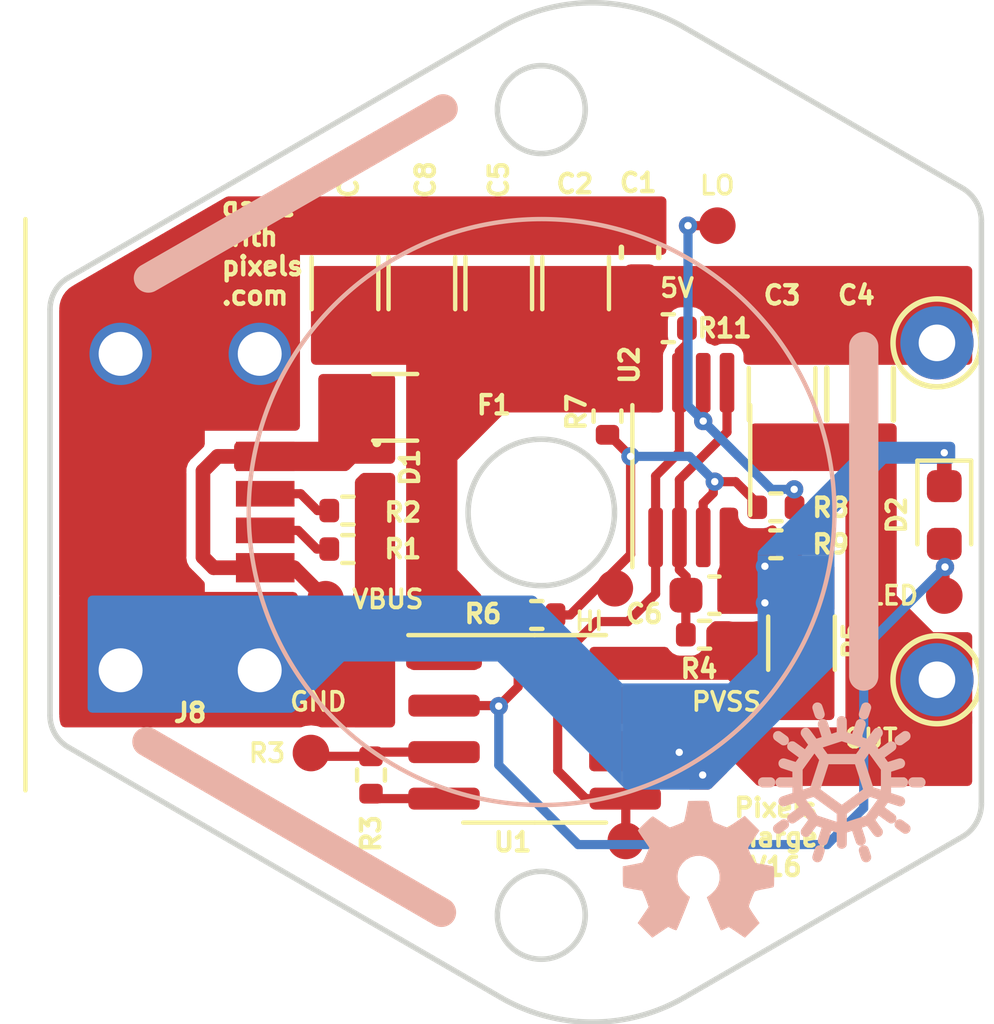
<source format=kicad_pcb>
(kicad_pcb (version 20211014) (generator pcbnew)
  (layers (0 "F.Cu" signal) (31 "B.Cu" signal) (34 "B.Paste" user) (35 "F.Paste" user) (36 "B.SilkS" user "B.Silkscreen") (37 "F.SilkS" user "F.Silkscreen") (38 "B.Mask" user) (39 "F.Mask" user) (44 "Edge.Cuts" user))
  (net 0 "")
  (net 1 "GND")
  (net 2 "VBUS")
  (net 3 "Net-(J8-PadA5)")
  (net 4 "Net-(J8-PadB5)")
  (net 5 "Net-(C3-Pad1)")
  (net 6 "+5V")
  (net 7 "Net-(D2-Pad2)")
  (net 8 "Net-(R3-Pad1)")
  (net 9 "Net-(R3-Pad2)")
  (net 10 "GNDPWR")
  (net 11 "Net-(C6-Pad2)")
  (net 12 "Net-(R6-Pad1)")
  (net 13 "Net-(R8-Pad2)")
  (net 14 "Net-(R11-Pad2)")
  (footprint "Pixels-dice:USB-C-SMD_10P-P1.00-L6.8-W8.9" (layer "F.Cu") (at 140.3 101.52 180)
    (fp_text reference "J8" (at 0 -5.48) (layer "F.SilkS") (effects (font (size 0.5 0.5) (thickness 0.12))))
    (fp_text value "USB_C_Receptacle_USB2.0")
    (pad "A5" smd rect (at -2.05 0.5 270) (size 0.7 1.6) (layers "F.Cu" "F.Paste" "F.Mask") (net 3 "Net-(J8-PadA5)"))
    (pad "A9" smd rect (at -2.05 -1.52 270) (size 0.8 1.6) (layers "F.Cu" "F.Paste" "F.Mask") (net 2 "VBUS"))
    (pad "A12" smd rect (at -2.05 -2.75 270) (size 0.9 1.6) (layers "F.Cu" "F.Paste" "F.Mask") (net 1 "GND"))
    (pad "B5" smd rect (at -2.05 -0.5 270) (size 0.7 1.6) (layers "F.Cu" "F.Paste" "F.Mask") (net 4 "Net-(J8-PadB5)"))
    (pad "B9" smd rect (at -2.05 1.52 270) (size 0.8 1.6) (layers "F.Cu" "F.Paste" "F.Mask") (net 2 "VBUS"))
    (pad "B12" smd rect (at -2.05 2.75 270) (size 0.9 1.6) (layers "F.Cu" "F.Paste" "F.Mask") (net 1 "GND"))
    (pad "S1" thru_hole circle (at -1.9 4.32 180) (size 1.7 1.7) (drill 1.2) (layers *.Cu *.Mask) (net 1 "GND"))
    (pad "S1" thru_hole circle (at -1.9 -4.32 180) (size 1.7 1.7) (drill 1.2) (layers *.Cu *.Mask) (net 1 "GND"))
    (pad "S1" thru_hole circle (at 1.9 4.32 180) (size 1.7 1.7) (drill 1.2) (layers *.Cu *.Mask) (net 1 "GND"))
    (pad "S1" thru_hole circle (at 1.9 -4.32 180) (size 1.7 1.7) (drill 1.2) (layers *.Cu *.Mask) (net 1 "GND"))
  )
  (footprint "Resistor_SMD:R_0402_1005Metric" (layer "F.Cu") (at 144.61 101.48 180)
    (fp_text reference "R2" (at -1.5 -0.05) (layer "F.SilkS") (effects (font (size 0.5 0.5) (thickness 0.12))))
    (fp_text value "5.1k 1%")
    (pad "1" smd roundrect (at -0.51 0 180) (size 0.54 0.64) (layers "F.Cu" "F.Paste" "F.Mask") (net 1 "GND"))
    (pad "2" smd roundrect (at 0.51 0 180) (size 0.54 0.64) (layers "F.Cu" "F.Paste" "F.Mask") (net 3 "Net-(J8-PadA5)"))
  )
  (footprint "TestPoint:TestPoint_THTPad_D2.0mm_Drill1.0mm" (layer "F.Cu") (at 160.7 96.9)
    (fp_text reference "J6" hide)
    (fp_text value "Coil B")
    (pad "1" thru_hole circle locked (at 0 0) (size 2 2) (drill 1) (layers *.Cu *.Mask) (net 6 "+5V"))
  )
  (footprint "TestPoint:TestPoint_THTPad_D2.0mm_Drill1.0mm" (layer "F.Cu") (at 160.7 106.1)
    (fp_text reference "J9" hide)
    (fp_text value "Coil A")
    (pad "1" thru_hole circle locked (at 0 0) (size 2 2) (drill 1) (layers *.Cu *.Mask) (net 5 "Net-(C3-Pad1)"))
  )
  (footprint "Capacitor_SMD:C_1206_3216Metric" (layer "F.Cu") (at 158.6 98.3 90)
    (fp_text reference "C4" (at 2.7 -0.1 180) (layer "F.SilkS") (effects (font (size 0.5 0.5) (thickness 0.12))))
    (fp_text value "56nF 50V NP0")
    (pad "1" smd roundrect (at -1.475 0 90) (size 1.15 1.8) (layers "F.Cu" "F.Paste" "F.Mask") (roundrect_rratio 0.2173913043) (net 5 "Net-(C3-Pad1)"))
    (pad "2" smd roundrect (at 1.475 0 90) (size 1.15 1.8) (layers "F.Cu" "F.Paste" "F.Mask") (roundrect_rratio 0.2173913043) (net 6 "+5V"))
  )
  (footprint "Capacitor_SMD:C_0603_1608Metric" (layer "F.Cu") (at 152.59 94.43 90)
    (fp_text reference "C1" (at 1.9 -0.05 unlocked) (layer "F.SilkS") (effects (font (size 0.5 0.5) (thickness 0.12))))
    (fp_text value "0.1uF 16V")
    (pad "1" smd roundrect (at -0.775 0 90) (size 0.9 0.95) (layers "F.Cu" "F.Paste" "F.Mask") (net 6 "+5V"))
    (pad "2" smd roundrect (at 0.775 0 90) (size 0.9 0.95) (layers "F.Cu" "F.Paste" "F.Mask") (net 1 "GND"))
  )
  (footprint "Capacitor_SMD:C_1206_3216Metric" (layer "F.Cu") (at 150.83 95.27 90)
    (fp_text reference "C2" (at 2.71 -0.02 unlocked) (layer "F.SilkS") (effects (font (size 0.5 0.5) (thickness 0.12))))
    (fp_text value "100uF 10V 20% X5R")
    (pad "1" smd roundrect (at -1.475 0 90) (size 1.15 1.8) (layers "F.Cu" "F.Paste" "F.Mask") (roundrect_rratio 0.2173913043) (net 6 "+5V"))
    (pad "2" smd roundrect (at 1.475 0 90) (size 1.15 1.8) (layers "F.Cu" "F.Paste" "F.Mask") (roundrect_rratio 0.2173913043) (net 1 "GND"))
  )
  (footprint "Resistor_SMD:R_0402_1005Metric" (layer "F.Cu") (at 154.35 104.87 180)
    (fp_text reference "R4" (at 0.15 -0.93) (layer "F.SilkS") (effects (font (size 0.5 0.5) (thickness 0.12))))
    (fp_text value "1k 5%")
    (pad "1" smd roundrect (at -0.51 0 180) (size 0.54 0.64) (layers "F.Cu" "F.Paste" "F.Mask") (net 10 "GNDPWR"))
    (pad "2" smd roundrect (at 0.51 0 180) (size 0.54 0.64) (layers "F.Cu" "F.Paste" "F.Mask") (net 11 "Net-(C6-Pad2)"))
  )
  (footprint "Resistor_SMD:R_1206_3216Metric" (layer "F.Cu") (at 157 105.1 90)
    (fp_text reference "R5" (at 0.07 1.4 90) (layer "F.SilkS") (effects (font (size 0.5 0.5) (thickness 0.12))))
    (fp_text value "R_US")
    (pad "1" smd roundrect (at -1.4625 0 90) (size 1.125 1.75) (layers "F.Cu" "F.Paste" "F.Mask") (roundrect_rratio 0.2222222222) (net 10 "GNDPWR"))
    (pad "2" smd roundrect (at 1.4625 0 90) (size 1.125 1.75) (layers "F.Cu" "F.Paste" "F.Mask") (roundrect_rratio 0.2222222222) (net 1 "GND"))
  )
  (footprint "Resistor_SMD:R_0402_1005Metric" (layer "F.Cu") (at 144.61 102.53 180)
    (fp_text reference "R1" (at -1.5 0) (layer "F.SilkS") (effects (font (size 0.5 0.5) (thickness 0.12))))
    (fp_text value "5.1k 1%")
    (pad "1" smd roundrect (at -0.51 0 180) (size 0.54 0.64) (layers "F.Cu" "F.Paste" "F.Mask") (net 1 "GND"))
    (pad "2" smd roundrect (at 0.51 0 180) (size 0.54 0.64) (layers "F.Cu" "F.Paste" "F.Mask") (net 4 "Net-(J8-PadB5)"))
  )
  (footprint "Resistor_SMD:R_0402_1005Metric" (layer "F.Cu") (at 145.24 108.7 90)
    (fp_text reference "R3" (at -1.6 0 90) (layer "F.SilkS") (effects (font (size 0.5 0.5) (thickness 0.12))))
    (fp_text value "220k 1%")
    (pad "1" smd roundrect (at -0.51 0 90) (size 0.54 0.64) (layers "F.Cu" "F.Paste" "F.Mask") (net 8 "Net-(R3-Pad1)"))
    (pad "2" smd roundrect (at 0.51 0 90) (size 0.54 0.64) (layers "F.Cu" "F.Paste" "F.Mask") (net 9 "Net-(R3-Pad2)"))
  )
  (footprint "Pixels-dice:TEST_PIN" (layer "F.Cu") (at 144 103.9)
    (fp_text reference "W9" hide)
    (fp_text value "VBUS" (at 1.7 0 180) (layer "F.SilkS") (effects (font (size 0.5 0.5) (thickness 0.1))))
    (pad "1" smd circle (at 0 0) (size 1 1) (layers "F.Cu" "F.Mask") (net 2 "VBUS"))
  )
  (footprint "Pixels-dice:DFN" (layer "F.Cu") (at 145.4 100.33 -90)
    (fp_text reference "D1" (at -0.03 -0.9 90) (layer "F.SilkS") (effects (font (size 0.5 0.5) (thickness 0.12))))
    (fp_text value "D_TVS")
    (pad "1" smd rect (at -0.325 0 270) (size 0.35 0.6) (layers "F.Cu" "F.Paste" "F.Mask") (net 2 "VBUS"))
    (pad "2" smd rect (at 0.325 0 270) (size 0.35 0.6) (layers "F.Cu" "F.Paste" "F.Mask") (net 1 "GND"))
  )
  (footprint "Pixels-dice:SOIC-8_3.9x4.9mm_P1.27mm" (layer "F.Cu") (at 149.71 107.44 -90)
    (fp_text reference "U1" (at 3.095 0.6) (layer "F.SilkS") (effects (font (size 0.5 0.5) (thickness 0.12))))
    (fp_text value "XKT520")
    (pad "1" smd roundrect (at -1.905 2.475) (size 1.95 0.6) (layers "F.Cu" "F.Paste" "F.Mask") (net 6 "+5V"))
    (pad "2" smd roundrect (at -0.635 2.475) (size 1.95 0.6) (layers "F.Cu" "F.Paste" "F.Mask") (net 7 "Net-(D2-Pad2)"))
    (pad "3" smd roundrect (at 0.635 2.475) (size 1.95 0.6) (layers "F.Cu" "F.Paste" "F.Mask") (net 9 "Net-(R3-Pad2)"))
    (pad "4" smd roundrect (at 1.905 2.475) (size 1.95 0.6) (layers "F.Cu" "F.Paste" "F.Mask") (net 8 "Net-(R3-Pad1)"))
    (pad "5" smd roundrect (at 1.905 -2.475) (size 1.95 0.6) (layers "F.Cu" "F.Paste" "F.Mask") (net 14 "Net-(R11-Pad2)"))
    (pad "6" smd roundrect (at 0.635 -2.475) (size 1.95 0.6) (layers "F.Cu" "F.Paste" "F.Mask") (net 1 "GND"))
    (pad "7" smd roundrect (at -0.635 -2.475) (size 1.95 0.6) (layers "F.Cu" "F.Paste" "F.Mask") (net 5 "Net-(C3-Pad1)"))
    (pad "8" smd roundrect (at -1.905 -2.475) (size 1.95 0.6) (layers "F.Cu" "F.Paste" "F.Mask") (net 10 "GNDPWR"))
  )
  (footprint "LED_SMD:LED_0603_1608Metric" (layer "F.Cu") (at 160.9 101.6 -90)
    (fp_text reference "D2" (at 0 1.3 90) (layer "F.SilkS") (effects (font (size 0.5 0.5) (thickness 0.12))))
    (fp_text value "LED")
    (pad "1" smd roundrect (at -0.7875 0 270) (size 0.875 0.95) (layers "F.Cu" "F.Paste" "F.Mask") (net 1 "GND"))
    (pad "2" smd roundrect (at 0.7875 0 270) (size 0.875 0.95) (layers "F.Cu" "F.Paste" "F.Mask") (net 7 "Net-(D2-Pad2)"))
  )
  (footprint "Pixels-dice:TEST_PIN" (layer "F.Cu") (at 145.2 106.7)
    (fp_text reference "W5" hide)
    (fp_text value "GND" (at -1.4 0) (layer "F.SilkS") (effects (font (size 0.5 0.5) (thickness 0.1))))
    (pad "1" smd circle (at 0 0) (size 1 1) (layers "F.Cu" "F.Mask") (net 1 "GND"))
  )
  (footprint "Pixels-dice:TEST_PIN" (layer "F.Cu") (at 154.7 95.4)
    (fp_text reference "W1" hide)
    (fp_text value "5V" (at -1.1 0) (layer "F.SilkS") (effects (font (size 0.5 0.5) (thickness 0.1))))
    (pad "1" smd circle (at 0 0) (size 1 1) (layers "F.Cu" "F.Mask") (net 6 "+5V"))
  )
  (footprint "Capacitor_SMD:C_0603_1608Metric" (layer "F.Cu") (at 154.62 103.79 180)
    (fp_text reference "C6" (at 1.92 -0.51) (layer "F.SilkS") (effects (font (size 0.5 0.5) (thickness 0.12))))
    (fp_text value "0.1uF 16V")
    (pad "1" smd roundrect (at -0.775 0 180) (size 0.9 0.95) (layers "F.Cu" "F.Paste" "F.Mask") (net 1 "GND"))
    (pad "2" smd roundrect (at 0.775 0 180) (size 0.9 0.95) (layers "F.Cu" "F.Paste" "F.Mask") (net 11 "Net-(C6-Pad2)"))
  )
  (footprint "Resistor_SMD:R_0402_1005Metric" (layer "F.Cu") (at 151.7 98.9 -90)
    (fp_text reference "R7" (at -0.11 0.85 90) (layer "F.SilkS") (effects (font (size 0.5 0.5) (thickness 0.12))))
    (fp_text value "R")
    (pad "1" smd roundrect (at -0.51 0 270) (size 0.54 0.64) (layers "F.Cu" "F.Paste" "F.Mask") (net 6 "+5V"))
    (pad "2" smd roundrect (at 0.51 0 270) (size 0.54 0.64) (layers "F.Cu" "F.Paste" "F.Mask") (net 12 "Net-(R6-Pad1)"))
  )
  (footprint "Pixels-dice:TEST_PIN" (layer "F.Cu") (at 152.2 110.5)
    (fp_text reference "W4" hide)
    (fp_text value "FB" (at 1.2 0) (layer "F.SilkS") (effects (font (size 0.5 0.5) (thickness 0.1))))
    (pad "1" smd circle (at 0 0) (size 1 1) (layers "F.Cu" "F.Mask") (net 14 "Net-(R11-Pad2)"))
  )
  (footprint "Package_SO:MSOP-8_3x3mm_P0.65mm" (layer "F.Cu") (at 153.99 100.1 90)
    (fp_text reference "U2" (at 2.6 -1.69 90) (layer "F.SilkS") (effects (font (size 0.5 0.5) (thickness 0.12))))
    (fp_text value "LM393")
    (pad "1" smd roundrect (at -2.1125 -0.975 90) (size 1.625 0.4) (layers "F.Cu" "F.Paste" "F.Mask") (net 14 "Net-(R11-Pad2)"))
    (pad "2" smd roundrect (at -2.1125 -0.325 90) (size 1.625 0.4) (layers "F.Cu" "F.Paste" "F.Mask") (net 11 "Net-(C6-Pad2)"))
    (pad "3" smd roundrect (at -2.1125 0.325 90) (size 1.625 0.4) (layers "F.Cu" "F.Paste" "F.Mask") (net 12 "Net-(R6-Pad1)"))
    (pad "4" smd roundrect (at -2.1125 0.975 90) (size 1.625 0.4) (layers "F.Cu" "F.Paste" "F.Mask") (net 1 "GND"))
    (pad "5" smd roundrect (at 2.1125 0.975 90) (size 1.625 0.4) (layers "F.Cu" "F.Paste" "F.Mask") (net 11 "Net-(C6-Pad2)"))
    (pad "6" smd roundrect (at 2.1125 0.325 90) (size 1.625 0.4) (layers "F.Cu" "F.Paste" "F.Mask") (net 13 "Net-(R8-Pad2)"))
    (pad "7" smd roundrect (at 2.1125 -0.325 90) (size 1.625 0.4) (layers "F.Cu" "F.Paste" "F.Mask") (net 14 "Net-(R11-Pad2)"))
    (pad "8" smd roundrect (at 2.1125 -0.975 90) (size 1.625 0.4) (layers "F.Cu" "F.Paste" "F.Mask") (net 6 "+5V"))
  )
  (footprint "Capacitor_SMD:C_1206_3216Metric" (layer "F.Cu") (at 146.63 95.27 90)
    (fp_text reference "C8" (at 2.825 0.1 90) (layer "F.SilkS") (effects (font (size 0.5 0.5) (thickness 0.12))))
    (fp_text value "100uF 10V 20% X5R")
    (pad "1" smd roundrect (at -1.475 0 90) (size 1.15 1.8) (layers "F.Cu" "F.Paste" "F.Mask") (roundrect_rratio 0.2173913043) (net 6 "+5V"))
    (pad "2" smd roundrect (at 1.475 0 90) (size 1.15 1.8) (layers "F.Cu" "F.Paste" "F.Mask") (roundrect_rratio 0.2173913043) (net 1 "GND"))
  )
  (footprint "Capacitor_SMD:C_1206_3216Metric" (layer "F.Cu") (at 144.53 95.27 90)
    (fp_text reference "C7" (at 2.825 0.1 90) (layer "F.SilkS") (effects (font (size 0.5 0.5) (thickness 0.12))))
    (fp_text value "100uF 10V 20% X5R")
    (pad "1" smd roundrect (at -1.475 0 90) (size 1.15 1.8) (layers "F.Cu" "F.Paste" "F.Mask") (roundrect_rratio 0.2173913043) (net 6 "+5V"))
    (pad "2" smd roundrect (at 1.475 0 90) (size 1.15 1.8) (layers "F.Cu" "F.Paste" "F.Mask") (roundrect_rratio 0.2173913043) (net 1 "GND"))
  )
  (footprint "Fuse:Fuse_1206_3216Metric" (layer "F.Cu") (at 145.9 98.66)
    (fp_text reference "F1" (at 2.7 -0.06) (layer "F.SilkS") (effects (font (size 0.5 0.5) (thickness 0.12))))
    (fp_text value "250mA 150mR")
    (pad "1" smd roundrect (at -1.4 0) (size 1.25 1.75) (layers "F.Cu" "F.Paste" "F.Mask") (roundrect_rratio 0.2) (net 2 "VBUS"))
    (pad "2" smd roundrect (at 1.4 0) (size 1.25 1.75) (layers "F.Cu" "F.Paste" "F.Mask") (roundrect_rratio 0.2) (net 6 "+5V"))
  )
  (footprint "Pixels-dice:TEST_PIN" (layer "F.Cu") (at 151.9 103.6)
    (fp_text reference "W10" hide)
    (fp_text value "HI" (at -0.7 0.9) (layer "F.SilkS") (effects (font (size 0.5 0.5) (thickness 0.1))))
    (pad "1" smd circle (at 0 0) (size 1 1) (layers "F.Cu" "F.Mask") (net 12 "Net-(R6-Pad1)"))
  )
  (footprint "Pixels-dice:TEST_PIN" (layer "F.Cu") (at 143.6 108.1)
    (fp_text reference "W2" hide)
    (fp_text value "R3" (at -1.2 0) (layer "F.SilkS") (effects (font (size 0.5 0.5) (thickness 0.1))))
    (pad "1" smd circle (at 0 0) (size 1 1) (layers "F.Cu" "F.Mask") (net 9 "Net-(R3-Pad2)"))
  )
  (footprint "Pixels-dice:TEST_PIN" (layer "F.Cu") (at 160.9 103.8)
    (fp_text reference "W3" hide)
    (fp_text value "LED" (at -1.4 0) (layer "F.SilkS") (effects (font (size 0.5 0.5) (thickness 0.1))))
    (pad "1" smd circle (at 0 0) (size 1 1) (layers "F.Cu" "F.Mask") (net 7 "Net-(D2-Pad2)"))
  )
  (footprint "Resistor_SMD:R_0402_1005Metric" (layer "F.Cu") (at 156.3 101.390002)
    (fp_text reference "R8" (at 1.5 0.009998) (layer "F.SilkS") (effects (font (size 0.5 0.5) (thickness 0.12))))
    (fp_text value "R")
    (pad "1" smd roundrect (at -0.51 0) (size 0.54 0.64) (layers "F.Cu" "F.Paste" "F.Mask") (net 12 "Net-(R6-Pad1)"))
    (pad "2" smd roundrect (at 0.51 0) (size 0.54 0.64) (layers "F.Cu" "F.Paste" "F.Mask") (net 13 "Net-(R8-Pad2)"))
  )
  (footprint "Pixels-dice:TEST_PIN" (layer "F.Cu") (at 155.5 105.6)
    (fp_text reference "W7" hide)
    (fp_text value "PVSS" (at -0.55 1.1) (layer "F.SilkS") (effects (font (size 0.5 0.5) (thickness 0.1))))
    (pad "1" smd circle (at 0 0) (size 1 1) (layers "F.Cu" "F.Mask") (net 10 "GNDPWR"))
  )
  (footprint "Resistor_SMD:R_0402_1005Metric" (layer "F.Cu") (at 156.3 102.4 180)
    (fp_text reference "R9" (at -1.5 0) (layer "F.SilkS") (effects (font (size 0.5 0.5) (thickness 0.12))))
    (fp_text value "R")
    (pad "1" smd roundrect (at -0.51 0 180) (size 0.54 0.64) (layers "F.Cu" "F.Paste" "F.Mask") (net 13 "Net-(R8-Pad2)"))
    (pad "2" smd roundrect (at 0.51 0 180) (size 0.54 0.64) (layers "F.Cu" "F.Paste" "F.Mask") (net 1 "GND"))
  )
  (footprint "Pixels-dice:TEST_PIN" (layer "F.Cu") (at 154.7 93.7)
    (fp_text reference "W8" hide)
    (fp_text value "LO" (at 0 -1.1) (layer "F.SilkS") (effects (font (size 0.5 0.5) (thickness 0.1))))
    (pad "1" smd circle (at 0 0) (size 1 1) (layers "F.Cu" "F.Mask") (net 13 "Net-(R8-Pad2)"))
  )
  (footprint "Resistor_SMD:R_0402_1005Metric" (layer "F.Cu") (at 149.77 104.33 180)
    (fp_text reference "R6" (at 1.47 0.03) (layer "F.SilkS") (effects (font (size 0.5 0.5) (thickness 0.12))))
    (fp_text value "100k 5%")
    (pad "1" smd roundrect (at -0.51 0 180) (size 0.54 0.64) (layers "F.Cu" "F.Paste" "F.Mask") (net 12 "Net-(R6-Pad1)"))
    (pad "2" smd roundrect (at 0.51 0 180) (size 0.54 0.64) (layers "F.Cu" "F.Paste" "F.Mask") (net 7 "Net-(D2-Pad2)"))
  )
  (footprint "Capacitor_SMD:C_1206_3216Metric" (layer "F.Cu") (at 148.73 95.27 90)
    (fp_text reference "C5" (at 2.825 0 90) (layer "F.SilkS") (effects (font (size 0.5 0.5) (thickness 0.12))))
    (fp_text value "100uF 10V 20% X5R")
    (pad "1" smd roundrect (at -1.475 0 90) (size 1.15 1.8) (layers "F.Cu" "F.Paste" "F.Mask") (roundrect_rratio 0.2173913043) (net 6 "+5V"))
    (pad "2" smd roundrect (at 1.475 0 90) (size 1.15 1.8) (layers "F.Cu" "F.Paste" "F.Mask") (roundrect_rratio 0.2173913043) (net 1 "GND"))
  )
  (footprint "Resistor_SMD:R_0402_1005Metric" (layer "F.Cu") (at 153.36 96.5)
    (fp_text reference "R11" (at 1.54 0) (layer "F.SilkS") (effects (font (size 0.5 0.5) (thickness 0.12))))
    (fp_text value "R")
    (pad "1" smd roundrect (at -0.51 0) (size 0.54 0.64) (layers "F.Cu" "F.Paste" "F.Mask") (net 6 "+5V"))
    (pad "2" smd roundrect (at 0.51 0) (size 0.54 0.64) (layers "F.Cu" "F.Paste" "F.Mask") (net 14 "Net-(R11-Pad2)"))
  )
  (footprint "Capacitor_SMD:C_1206_3216Metric" (layer "F.Cu") (at 156.47 98.3 90)
    (fp_text reference "C3" (at 2.7 0 180) (layer "F.SilkS") (effects (font (size 0.5 0.5) (thickness 0.12))))
    (fp_text value "100nF 50V NP0")
    (pad "1" smd roundrect (at -1.475 0 90) (size 1.15 1.8) (layers "F.Cu" "F.Paste" "F.Mask") (roundrect_rratio 0.2173913043) (net 5 "Net-(C3-Pad1)"))
    (pad "2" smd roundrect (at 1.475 0 90) (size 1.15 1.8) (layers "F.Cu" "F.Paste" "F.Mask") (roundrect_rratio 0.2173913043) (net 6 "+5V"))
  )
  (footprint "Pixels-dice:TEST_PIN" (layer "F.Cu") (at 158.9 106.6)
    (fp_text reference "W6" hide)
    (fp_text value "OUT" (at 0 1.1) (layer "F.SilkS") (effects (font (size 0.5 0.5) (thickness 0.1))))
    (pad "1" smd circle (at 0 0) (size 1 1) (layers "F.Cu" "F.Mask") (net 5 "Net-(C3-Pad1)"))
  )
  (footprint "LOGO" (layer "B.Cu") (at 158.1 108.9 180)
    (fp_text reference "G***" hide)
    (fp_text value "LOGO" hide)
  )
  (footprint "LOGO" (layer "B.Cu") (at 154.2 111.3 180)
    (fp_text reference "G***" hide)
    (fp_text value "LOGO" hide)
  )
  (footprint "Pixels-dice:TX Coil" (layer "B.Cu") (at 149.9 101.5 90)
    (fp_text reference "J1" hide)
    (fp_text value "TX_Coil")
  )
  (gr_line (start 139.12 107.79) (end 147.165 112.45) (layer "B.SilkS") (width 0.8))
  (gr_line (start 158.7 97) (end 158.7 106) (layer "B.SilkS") (width 0.8))
  (gr_line (start 139.16 95.13) (end 147.21 90.51) (layer "B.SilkS") (width 0.8))
  (gr_circle (center 149.9 101.52) (end 157.9 101.52) (layer "B.SilkS") (width 0.12) (fill none))
  (gr_circle (center 149.892726 90.53) (end 151.092726 90.53) (layer "Edge.Cuts") (width 0.15) (fill none))
  (gr_line (start 136.971498 95.12033) (end 148.786031 88.284754) (layer "Edge.Cuts") (width 0.15))
  (gr_circle (center 149.892726 101.53) (end 151.892726 101.53) (layer "Edge.Cuts") (width 0.15) (fill none))
  (gr_line (start 153.790162 114.777446) (end 161.389318 110.389693) (layer "Edge.Cuts") (width 0.15))
  (gr_arc (start 136.971498 107.939671) (mid 136.606038 107.573707) (end 136.472292 107.074104) (layer "Edge.Cuts") (width 0.15))
  (gr_arc (start 161.389318 92.670307) (mid 161.773595 93.054606) (end 161.914249 93.579554) (layer "Edge.Cuts") (width 0.15))
  (gr_arc (start 136.472292 95.985901) (mid 136.606037 95.486296) (end 136.971498 95.12033) (layer "Edge.Cuts") (width 0.15))
  (gr_line (start 161.914249 93.579554) (end 161.914249 109.480446) (layer "Edge.Cuts") (width 0.15))
  (gr_circle (center 149.892726 112.53) (end 151.092726 112.53) (layer "Edge.Cuts") (width 0.15) (fill none))
  (gr_line (start 148.786031 114.775246) (end 136.971498 107.939671) (layer "Edge.Cuts") (width 0.15))
  (gr_arc (start 153.790162 114.777446) (mid 151.287802 115.447412) (end 148.786031 114.775246) (layer "Edge.Cuts") (width 0.15))
  (gr_line (start 161.389318 92.670307) (end 153.790162 88.282554) (layer "Edge.Cuts") (width 0.15))
  (gr_arc (start 148.786031 88.284754) (mid 151.287802 87.612588) (end 153.790162 88.282554) (layer "Edge.Cuts") (width 0.15))
  (gr_arc (start 161.914249 109.480446) (mid 161.773595 110.005394) (end 161.389318 110.389693) (layer "Edge.Cuts") (width 0.15))
  (gr_line (start 136.472292 107.074104) (end 136.472292 95.985896) (layer "Edge.Cuts") (width 0.15))
  (gr_text "game\nwith\npixels\n.com" (at 141.1 94.4) (layer "F.SilkS") (effects (font (size 0.5 0.5) (thickness 0.12)) (justify left)))
  (gr_text "Pixels\nCharger\nV16" (at 156.3 110.4) (layer "F.SilkS") (effects (font (size 0.5 0.5) (thickness 0.12))))
  (segment (start 142.35 97.35) (end 142.2 97.2) (width 0.4) (layer "F.Cu") (net 1))
  (segment (start 142.35 105.69) (end 142.2 105.84) (width 0.5) (layer "F.Cu") (net 1))
  (segment (start 142.2 97.2) (end 138.4 97.2) (width 0.5) (layer "F.Cu") (net 1))
  (segment (start 142.35 104.27) (end 142.35 105.69) (width 0.5) (layer "F.Cu") (net 1))
  (segment (start 160.9 100.8125) (end 160.9 99.9) (width 0.4) (layer "F.Cu") (net 1))
  (segment (start 138.4 97.2) (end 138.4 105.84) (width 0.5) (layer "F.Cu") (net 1))
  (segment (start 142.35 98.77) (end 142.35 97.35) (width 0.5) (layer "F.Cu") (net 1))
  (segment (start 153.655 108.075) (end 153.66 108.08) (width 0.4) (layer "F.Cu") (net 1))
  (segment (start 138.4 105.84) (end 142.2 105.84) (width 0.5) (layer "F.Cu") (net 1))
  (segment (start 152.185 108.075) (end 153.655 108.075) (width 0.4) (layer "F.Cu") (net 1))
  (via (at 156 104) (size 0.5) (drill 0.2) (layers "F.Cu" "B.Cu") (net 1))
  (via (at 160.9 99.9) (size 0.5) (drill 0.2) (layers "F.Cu" "B.Cu") (net 1))
  (via (at 154.3 108.7) (size 0.5) (drill 0.2) (layers "F.Cu" "B.Cu") (net 1))
  (via (at 153.66 108.08) (size 0.5) (drill 0.2) (layers "F.Cu" "B.Cu") (net 1))
  (via (at 156 103) (size 0.5) (drill 0.2) (layers "F.Cu" "B.Cu") (net 1))
  (segment (start 156.7 103.33) (end 156.7 104.5) (width 0.4) (layer "B.Cu") (net 1))
  (segment (start 160.9 99.9) (end 159.1 99.9) (width 0.4) (layer "B.Cu") (net 1))
  (segment (start 156.7 105.04) (end 156.7 104.5) (width 0.4) (layer "B.Cu") (net 1))
  (segment (start 159.1 99.9) (end 156.7 102.3) (width 0.4) (layer "B.Cu") (net 1))
  (segment (start 156.7 102.3) (end 156.7 103.33) (width 0.4) (layer "B.Cu") (net 1))
  (segment (start 153.66 108.08) (end 156.7 105.04) (width 0.4) (layer "B.Cu") (net 1))
  (segment (start 140.65 102.75) (end 140.94 103.04) (width 0.4) (layer "F.Cu") (net 2))
  (segment (start 144.55 99.95) (end 144.5 100) (width 0.4) (layer "F.Cu") (net 2))
  (segment (start 142.35 100) (end 141.05 100) (width 0.4) (layer "F.Cu") (net 2))
  (segment (start 141.05 100) (end 140.65 100.4) (width 0.4) (layer "F.Cu") (net 2))
  (segment (start 140.65 100.4) (end 140.65 102.75) (width 0.4) (layer "F.Cu") (net 2))
  (segment (start 143.14 103.04) (end 144 103.9) (width 0.4) (layer "F.Cu") (net 2))
  (segment (start 142.35 103.04) (end 143.14 103.04) (width 0.4) (layer "F.Cu") (net 2))
  (segment (start 140.94 103.04) (end 142.35 103.04) (width 0.4) (layer "F.Cu") (net 2))
  (segment (start 144.5 100) (end 142.35 100) (width 0.4) (layer "F.Cu") (net 2))
  (segment (start 144.55 98.7575) (end 144.55 99.95) (width 0.4) (layer "F.Cu") (net 2))
  (segment (start 143.78 101.48) (end 144.1 101.48) (width 0.25) (layer "F.Cu") (net 3))
  (segment (start 142.35 101.02) (end 143.32 101.02) (width 0.25) (layer "F.Cu") (net 3))
  (segment (start 143.32 101.02) (end 143.78 101.48) (width 0.25) (layer "F.Cu") (net 3))
  (segment (start 143.76 102.53) (end 144.1 102.53) (width 0.25) (layer "F.Cu") (net 4))
  (segment (start 142.35 102.02) (end 143.25 102.02) (width 0.25) (layer "F.Cu") (net 4))
  (segment (start 143.25 102.02) (end 143.76 102.53) (width 0.25) (layer "F.Cu") (net 4))
  (segment (start 159.995 106.805) (end 160.7 106.1) (width 0.25) (layer "F.Cu") (net 5))
  (segment (start 151.225 98.175) (end 151.45 98.4) (width 0.25) (layer "F.Cu") (net 6))
  (segment (start 150.83 96.745) (end 150.83 97.78) (width 0.25) (layer "F.Cu") (net 6))
  (segment (start 146.96 97.075) (end 146.96 98.66) (width 0.25) (layer "F.Cu") (net 6))
  (segment (start 146.96 98.66) (end 146.96 105.26) (width 0.25) (layer "F.Cu") (net 6))
  (segment (start 151.7 98.39) (end 151.44 98.39) (width 0.25) (layer "F.Cu") (net 6))
  (segment (start 150.83 97.78) (end 151.225 98.175) (width 0.25) (layer "F.Cu") (net 6))
  (segment (start 151.44 98.39) (end 151.225 98.175) (width 0.25) (layer "F.Cu") (net 6))
  (segment (start 146.96 105.26) (end 147.235 105.535) (width 0.25) (layer "F.Cu") (net 6))
  (segment (start 146.63 96.745) (end 146.96 97.075) (width 0.25) (layer "F.Cu") (net 6))
  (segment (start 160.92 103.02) (end 160.92 103.78) (width 0.25) (layer "F.Cu") (net 7))
  (segment (start 148.715 106.805) (end 147.235 106.805) (width 0.25) (layer "F.Cu") (net 7))
  (segment (start 149.26 106.29) (end 148.73 106.82) (width 0.25) (layer "F.Cu") (net 7))
  (segment (start 160.9 102.3875) (end 160.9 103) (width 0.25) (layer "F.Cu") (net 7))
  (segment (start 148.73 106.82) (end 148.715 106.805) (width 0.25) (layer "F.Cu") (net 7))
  (segment (start 160.9 103) (end 160.92 103.02) (width 0.25) (layer "F.Cu") (net 7))
  (segment (start 149.26 104.33) (end 149.26 106.29) (width 0.25) (layer "F.Cu") (net 7))
  (segment (start 160.92 103.78) (end 160.9 103.8) (width 0.25) (layer "F.Cu") (net 7))
  (via (at 160.92 103.02) (size 0.5) (drill 0.2) (layers "F.Cu" "B.Cu") (net 7))
  (via (at 148.73 106.82) (size 0.5) (drill 0.2) (layers "F.Cu" "B.Cu") (net 7))
  (segment (start 157.7 110.6) (end 158.7 109.6) (width 0.25) (layer "B.Cu") (net 7))
  (segment (start 148.73 108.43) (end 150.9 110.6) (width 0.25) (layer "B.Cu") (net 7))
  (segment (start 148.73 106.82) (end 148.73 108.43) (width 0.25) (layer "B.Cu") (net 7))
  (segment (start 158.7 109.6) (end 158.7 105.24) (width 0.25) (layer "B.Cu") (net 7))
  (segment (start 158.7 105.24) (end 160.92 103.02) (width 0.25) (layer "B.Cu") (net 7))
  (segment (start 150.9 110.6) (end 157.7 110.6) (width 0.25) (layer "B.Cu") (net 7))
  (segment (start 147.235 109.345) (end 145.49 109.345) (width 0.25) (layer "F.Cu") (net 8))
  (segment (start 145.49 109.345) (end 145.25 109.105) (width 0.25) (layer "F.Cu") (net 8))
  (segment (start 147.235 108.075) (end 145.26 108.075) (width 0.25) (layer "F.Cu") (net 9))
  (segment (start 145.26 108.075) (end 145.25 108.085) (width 0.25) (layer "F.Cu") (net 9))
  (segment (start 143.69 108.19) (end 143.6 108.1) (width 0.25) (layer "F.Cu") (net 9))
  (segment (start 145.24 108.19) (end 143.69 108.19) (width 0.25) (layer "F.Cu") (net 9))
  (segment (start 153.665 100.635) (end 153.665 102.2125) (width 0.25) (layer "F.Cu") (net 11))
  (segment (start 153.85 103.785) (end 153.845 103.79) (width 0.25) (layer "F.Cu") (net 11))
  (segment (start 154.965 97.9875) (end 154.965 99.335) (width 0.25) (layer "F.Cu") (net 11))
  (segment (start 153.665 103.095) (end 153.85 103.28) (width 0.25) (layer "F.Cu") (net 11))
  (segment (start 153.85 103.28) (end 153.85 103.785) (width 0.25) (layer "F.Cu") (net 11))
  (segment (start 153.84 104.87) (end 153.84 103.795) (width 0.25) (layer "F.Cu") (net 11))
  (segment (start 154.965 99.335) (end 153.665 100.635) (width 0.25) (layer "F.Cu") (net 11))
  (segment (start 153.665 102.2125) (end 153.665 103.095) (width 0.25) (layer "F.Cu") (net 11))
  (segment (start 153.84 103.795) (end 153.845 103.79) (width 0.25) (layer "F.Cu") (net 11))
  (segment (start 152.33 100) (end 152.33 102.68) (width 0.25) (layer "F.Cu") (net 12))
  (segment (start 152.33 100) (end 151.74 99.41) (width 0.25) (layer "F.Cu") (net 12))
  (segment (start 154.59 101) (end 154.59 100.73) (width 0.25) (layer "F.Cu") (net 12))
  (segment (start 150.68 104.33) (end 152.33 102.68) (width 0.25) (layer "F.Cu") (net 12))
  (segment (start 150.28 104.33) (end 150.68 104.33) (width 0.25) (layer "F.Cu") (net 12))
  (segment (start 154.63 100.69) (end 155.199997 100.69) (width 0.25) (layer "F.Cu") (net 12))
  (segment (start 151.74 99.41) (end 151.7 99.41) (width 0.25) (layer "F.Cu") (net 12))
  (segment (start 154.59 101) (end 154.315 101.275) (width 0.25) (layer "F.Cu") (net 12))
  (segment (start 154.315 101.275) (end 154.315 102.2125) (width 0.25) (layer "F.Cu") (net 12))
  (segment (start 155.199997 100.69) (end 155.899999 101.390002) (width 0.25) (layer "F.Cu") (net 12))
  (segment (start 154.59 100.73) (end 154.63 100.69) (width 0.25) (layer "F.Cu") (net 12))
  (via (at 154.63 100.69) (size 0.5) (drill 0.2) (layers "F.Cu" "B.Cu") (net 12))
  (via (at 152.33 100) (size 0.5) (drill 0.2) (layers "F.Cu" "B.Cu") (net 12))
  (segment (start 153.94 100) (end 152.33 100) (width 0.25) (layer "B.Cu") (net 12))
  (segment (start 154.63 100.69) (end 153.94 100) (width 0.25) (layer "B.Cu") (net 12))
  (segment (start 156.919999 102.390001) (end 156.91 102.4) (width 0.25) (layer "F.Cu") (net 13))
  (segment (start 156.8 101.380002) (end 156.81 101.390002) (width 0.25) (layer "F.Cu") (net 13))
  (segment (start 154.315 99.035) (end 154.315 97.9875) (width 0.25) (layer "F.Cu") (net 13))
  (segment (start 156.8 100.9) (end 156.8 101.380002) (width 0.25) (layer "F.Cu") (net 13))
  (segment (start 153.9 93.7) (end 154.7 93.7) (width 0.25) (layer "F.Cu") (net 13))
  (segment (start 156.8 101.390002) (end 156.8 102.390001) (width 0.25) (layer "F.Cu") (net 13))
  (via (at 153.9 93.7) (size 0.5) (drill 0.2) (layers "F.Cu" "B.Cu") (net 13))
  (via (at 156.8 100.9) (size 0.5) (drill 0.2) (layers "F.Cu" "B.Cu") (net 13))
  (via (at 154.315 99.035) (size 0.5) (drill 0.2) (layers "F.Cu" "B.Cu") (net 13))
  (segment (start 155.26 99.98) (end 154.315 99.035) (width 0.25) (layer "B.Cu") (net 13))
  (segment (start 156.18 100.9) (end 156.8 100.9) (width 0.25) (layer "B.Cu") (net 13))
  (segment (start 153.9 98.62) (end 153.9 93.7) (width 0.25) (layer "B.Cu") (net 13))
  (segment (start 154.315 99.035) (end 153.9 98.62) (width 0.25) (layer "B.Cu") (net 13))
  (segment (start 155.26 99.98) (end 156.18 100.9) (width 0.25) (layer "B.Cu") (net 13))
  (segment (start 151.4 104.51) (end 152.26 104.51) (width 0.25) (layer "F.Cu") (net 14))
  (segment (start 153.015 102.2125) (end 153.015 100.535) (width 0.25) (layer "F.Cu") (net 14))
  (segment (start 153.665 97.9875) (end 153.665 99.885) (width 0.25) (layer "F.Cu") (net 14))
  (segment (start 153.665 97.9875) (end 153.665 97.135) (width 0.25) (layer "F.Cu") (net 14))
  (segment (start 153.665 99.885) (end 153.015 100.535) (width 0.25) (layer "F.Cu") (net 14))
  (segment (start 150.34 108.58) (end 150.34 105.57) (width 0.25) (layer "F.Cu") (net 14))
  (segment (start 152.2 109.36) (end 152.185 109.345) (width 0.25) (layer "F.Cu") (net 14))
  (segment (start 152.26 104.51) (end 153.015 103.755) (width 0.25) (layer "F.Cu") (net 14))
  (segment (start 153.87 96.93) (end 153.87 96.5) (width 0.25) (layer "F.Cu") (net 14))
  (segment (start 153.665 97.135) (end 153.87 96.93) (width 0.25) (layer "F.Cu") (net 14))
  (segment (start 152.185 109.345) (end 151.105 109.345) (width 0.25) (layer "F.Cu") (net 14))
  (segment (start 151.105 109.345) (end 150.34 108.58) (width 0.25) (layer "F.Cu") (net 14))
  (segment (start 152.2 110.5) (end 152.2 109.36) (width 0.25) (layer "F.Cu") (net 14))
  (segment (start 150.34 105.57) (end 151.4 104.51) (width 0.25) (layer "F.Cu") (net 14))
  (segment (start 153.015 103.755) (end 153.015 102.2125) (width 0.25) (layer "F.Cu") (net 14))
  (zone (net 1) (net_name "GND") (layer "F.Cu") (connect_pads yes (clearance 0.25)) (min_thickness 0.254) (fill yes (thermal_gap 0.508) (thermal_bridge_width 0.508))
    (polygon (pts (xy 145.9 107.4) (xy 144.8 107.4) (xy 144.8 100.65) (xy 145 100.45) (xy 145.9 100.45)))
  )
  (zone (net 1) (net_name "GND") (layer "F.Cu") (connect_pads yes (clearance 0.25)) (min_thickness 0.254) (fill yes (thermal_gap 0.508) (thermal_bridge_width 0.508))
    (polygon (pts (xy 155.05 108.55) (xy 154.5 109.1) (xy 153.9 109.1) (xy 153.4 108.6) (xy 151.2 108.6) (xy 151.2 107.5) (xy 154 107.5)))
  )
  (zone (net 1) (net_name "GND") (layer "F.Cu") (connect_pads yes (clearance 0.25)) (min_thickness 0.254) (fill yes (thermal_gap 0.508) (thermal_bridge_width 0.508))
    (polygon (pts (xy 157.9 104.3) (xy 154.7 104.3) (xy 154.7 101.4) (xy 156.4 101.4) (xy 156.4 102.9) (xy 157.9 102.9)))
  )
  (zone (net 1) (net_name "GND") (layer "F.Cu") (connect_pads yes (clearance 0.25)) (min_thickness 0.254) (fill yes (thermal_gap 0.508) (thermal_bridge_width 0.508))
    (polygon (pts (xy 153.31 92.9) (xy 153.31 94.5) (xy 146 94.5) (xy 143.3 94.5) (xy 143.3 99.3) (xy 136.5 99.3) (xy 136.5 95.2) (xy 140.4 92.9)))
  )
  (zone (net 6) (net_name "+5V") (layer "F.Cu") (connect_pads yes (clearance 0.25)) (min_thickness 0.254) (fill yes (thermal_gap 0.508) (thermal_bridge_width 0.508))
    (polygon (pts (xy 153.3 98.8) (xy 148.9 98.8) (xy 147.6 100.1) (xy 147.6 103.1) (xy 148.27 103.8) (xy 148.27 105.8) (xy 146.2 105.8) (xy 146.2 97.4) (xy 153.3 97.4)))
  )
  (zone (net 2) (net_name "VBUS") (layer "F.Cu") (connect_pads yes (clearance 0.25)) (min_thickness 0.254) (fill yes (thermal_gap 0.508) (thermal_bridge_width 0.508))
    (polygon (pts (xy 145.9 100.2) (xy 144.8 100.2) (xy 144.6 100.4) (xy 141.5 100.4) (xy 141.5 99.6) (xy 143.8 99.6) (xy 143.8 97.75) (xy 145.9 97.75)))
  )
  (zone (net 5) (net_name "Net-(C3-Pad1)") (layer "F.Cu") (connect_pads yes (clearance 0.25)) (min_thickness 0.254) (fill yes (thermal_gap 0.508) (thermal_bridge_width 0.508))
    (polygon (pts (xy 156 107.4) (xy 158.2 107.4) (xy 158.2 107.1) (xy 161.8 107.1) (xy 161.8 109) (xy 155.8 109) (xy 154.1 107.3) (xy 151.2 107.3) (xy 151.2 106.3) (xy 154.9 106.3)))
  )
  (zone (net 1) (net_name "GND") (layer "F.Cu") (connect_pads yes (clearance 0.25)) (min_thickness 0.254) (fill yes (thermal_gap 0.508) (thermal_bridge_width 0.508))
    (polygon (pts (xy 140.7 103.8) (xy 136.5 103.8) (xy 136.5 99.2) (xy 140.7 99.2)))
  )
  (zone (net 1) (net_name "GND") (layer "F.Cu") (connect_pads yes (clearance 0.25)) (min_thickness 0.254) (fill yes (thermal_gap 0.508) (thermal_bridge_width 0.508))
    (polygon (pts (xy 145.85 107.4) (xy 136.45 107.4) (xy 136.45 103.7) (xy 145.85 103.7)))
  )
  (zone (net 5) (net_name "Net-(C3-Pad1)") (layer "F.Cu") (connect_pads yes (clearance 0.25)) (min_thickness 0.254) (fill yes (thermal_gap 0.508) (thermal_bridge_width 0.508))
    (polygon (pts (xy 159.6 103.8) (xy 160.6 104.8) (xy 161.8 104.8) (xy 161.8 107.3) (xy 160.1 107.3) (xy 158.2 107.3) (xy 158.2 100.4) (xy 155.6 100.4) (xy 155.6 99.1) (xy 159.6 99.1)))
  )
  (zone (net 6) (net_name "+5V") (layer "F.Cu") (connect_pads yes (clearance 0.25)) (min_thickness 0.254) (fill yes (thermal_gap 0.508) (thermal_bridge_width 0.508))
    (polygon (pts (xy 161.95 97.5) (xy 143.6 97.5) (xy 143.6 94.8) (xy 145.9 94.8) (xy 161.95 94.8)))
  )
  (zone (net 10) (net_name "GNDPWR") (layer "F.Cu") (connect_pads yes (clearance 0.25)) (min_thickness 0.254) (fill yes (thermal_gap 0.508) (thermal_bridge_width 0.508))
    (polygon (pts (xy 157.9 107.2) (xy 156.1 107.2) (xy 155 106.1) (xy 151.2 106.1) (xy 151.2 105.2) (xy 154.4 105.2) (xy 154.4 104.7) (xy 154.6 104.5) (xy 157.9 104.5)))
  )
  (zone (net 1) (net_name "GND") (layer "B.Cu") (connect_pads yes (clearance 0.25)) (min_thickness 0.254) (fill yes (thermal_gap 0.508) (thermal_bridge_width 0.508))
    (polygon (pts (xy 161.2 100.2) (xy 159.3 100.2) (xy 157.9 101.6) (xy 157.9 102.7) (xy 155.8 102.7) (xy 155.8 102.6) (xy 158.8 99.6) (xy 161.2 99.6)))
  )
  (zone (net 1) (net_name "GND") (layer "B.Cu") (connect_pads yes (clearance 0.25)) (min_thickness 0.254) (fill yes (thermal_gap 0.508) (thermal_bridge_width 0.508))
    (polygon (pts (xy 157.9 105.7) (xy 155.5 108.1) (xy 154.5 109.1) (xy 152.2 109.1) (xy 152.1 109) (xy 152.1 106.2) (xy 155 106.2) (xy 155.8 105.4) (xy 155.8 102.7) (xy 157.9 102.7)))
  )
  (zone (net 1) (net_name "GND") (layer "B.Cu") (connect_pads yes (clearance 0.25)) (min_thickness 0.254) (fill yes (thermal_gap 0.508) (thermal_bridge_width 0.508))
    (polygon (pts (xy 152.1 106.2) (xy 152.1 109) (xy 151.6 108.5) (xy 148.7 105.6) (xy 144.5 105.6) (xy 143.1 107) (xy 137.5 107) (xy 137.5 103.8) (xy 149.7 103.8)))
  )
)
</source>
